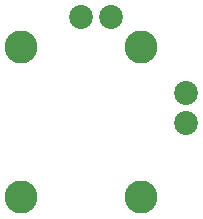
<source format=gbr>
%TF.GenerationSoftware,KiCad,Pcbnew,7.0.9*%
%TF.CreationDate,2024-10-27T03:10:17-07:00*%
%TF.ProjectId,ps4snapbackcaps,70733473-6e61-4706-9261-636b63617073,rev?*%
%TF.SameCoordinates,Original*%
%TF.FileFunction,Soldermask,Bot*%
%TF.FilePolarity,Negative*%
%FSLAX46Y46*%
G04 Gerber Fmt 4.6, Leading zero omitted, Abs format (unit mm)*
G04 Created by KiCad (PCBNEW 7.0.9) date 2024-10-27 03:10:17*
%MOMM*%
%LPD*%
G01*
G04 APERTURE LIST*
%ADD10C,2.028000*%
%ADD11C,2.786000*%
G04 APERTURE END LIST*
D10*
%TO.C,U1*%
X93895200Y-74015000D03*
X93875200Y-71475000D03*
D11*
X90065200Y-67650000D03*
X79935200Y-67650000D03*
X90080000Y-80350000D03*
X79920000Y-80350000D03*
D10*
X84985200Y-65095000D03*
X87525200Y-65095000D03*
%TD*%
M02*

</source>
